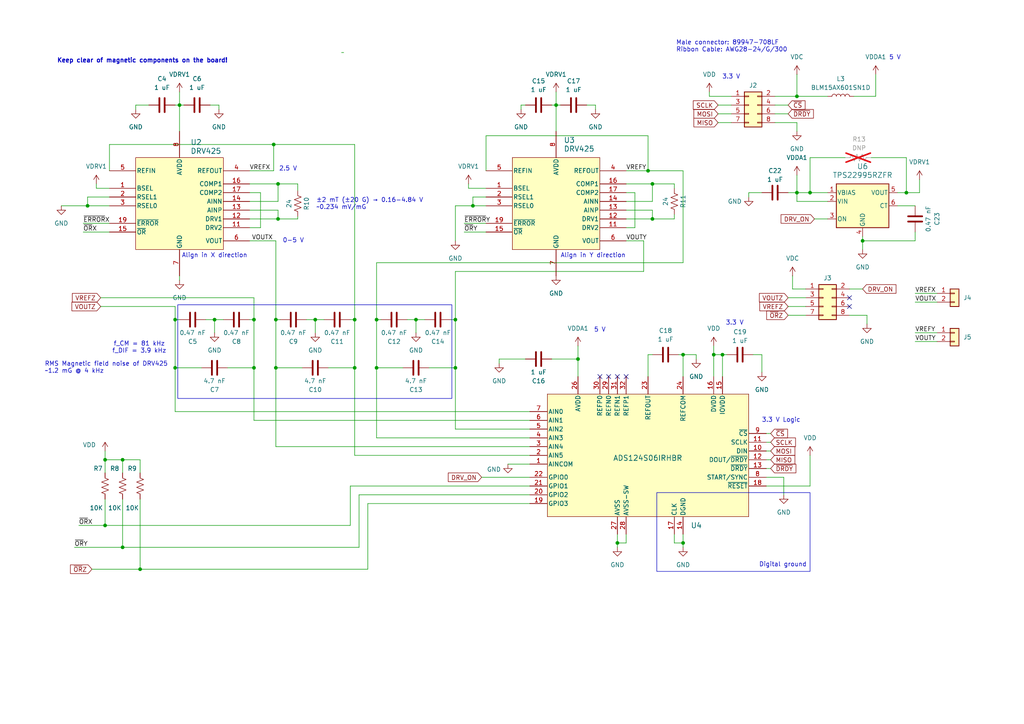
<source format=kicad_sch>
(kicad_sch (version 20231120) (generator "eeschema") (generator_version "8.0")
  (paper "A4")
  (lib_symbols
    (symbol "Connector_Generic:Conn_01x02" (pin_names (offset 1.016) hide)
      (property "Reference" "J" (at 0 2.54 0))
      (property "Value" "Conn_01x02" (at 0 -5.08 0))
      (symbol "Conn_01x02_1_1"
        (rectangle (start -1.27 -2.413) (end 0 -2.667) (stroke (width 0.1524)))
        (rectangle (start -1.27 0.127) (end 0 -0.127) (stroke (width 0.1524)))
        (rectangle (start -1.27 1.27) (end 1.27 -3.81) (stroke (width 0.254)) (fill (type background)))
        (pin passive line (at -5.08 0 0) (length 3.81) (name "Pin_1") (number "1"))
        (pin passive line (at -5.08 -2.54 0) (length 3.81) (name "Pin_2") (number "2"))
      )
    )
    (symbol "Connector_Generic:Conn_02x04_Odd_Even" (pin_names (offset 1.016) hide)
      (property "Reference" "J" (at 1.27 5.08 0))
      (property "Value" "Conn_02x04_Odd_Even" (at 1.27 -7.62 0))
      (symbol "Conn_02x04_Odd_Even_1_1"
        (rectangle (start -1.27 -4.953) (end 0 -5.207) (stroke (width 0.1524)))
        (rectangle (start -1.27 -2.413) (end 0 -2.667) (stroke (width 0.1524)))
        (rectangle (start -1.27 0.127) (end 0 -0.127) (stroke (width 0.1524)))
        (rectangle (start -1.27 2.667) (end 0 2.413) (stroke (width 0.1524)))
        (rectangle (start -1.27 3.81) (end 3.81 -6.35) (stroke (width 0.254)) (fill (type background)))
        (rectangle (start 3.81 -4.953) (end 2.54 -5.207) (stroke (width 0.1524)))
        (rectangle (start 3.81 -2.413) (end 2.54 -2.667) (stroke (width 0.1524)))
        (rectangle (start 3.81 0.127) (end 2.54 -0.127) (stroke (width 0.1524)))
        (rectangle (start 3.81 2.667) (end 2.54 2.413) (stroke (width 0.1524)))
        (pin passive line (at -5.08 2.54 0) (length 3.81) (name "Pin_1") (number "1"))
        (pin passive line (at 7.62 2.54 180) (length 3.81) (name "Pin_2") (number "2"))
        (pin passive line (at -5.08 0 0) (length 3.81) (name "Pin_3") (number "3"))
        (pin passive line (at 7.62 0 180) (length 3.81) (name "Pin_4") (number "4"))
        (pin passive line (at -5.08 -2.54 0) (length 3.81) (name "Pin_5") (number "5"))
        (pin passive line (at 7.62 -2.54 180) (length 3.81) (name "Pin_6") (number "6"))
        (pin passive line (at -5.08 -5.08 0) (length 3.81) (name "Pin_7") (number "7"))
        (pin passive line (at 7.62 -5.08 180) (length 3.81) (name "Pin_8") (number "8"))
      )
    )
    (symbol "Device:C" (pin_numbers hide) (pin_names (offset 0.254))
      (property "Reference" "C" (at 0.635 2.54 0))
      (property "Value" "C" (at 0.635 -2.54 0))
      (symbol "C_0_1"
        (polyline (pts (xy -2.032 -0.762) (xy 2.032 -0.762)) (stroke (width 0.508)))
        (polyline (pts (xy -2.032 0.762) (xy 2.032 0.762)) (stroke (width 0.508)))
      )
      (symbol "C_1_1"
        (pin passive line (at 0 3.81 270) (length 2.794) (name "~") (number "1"))
        (pin passive line (at 0 -3.81 90) (length 2.794) (name "~") (number "2"))
      )
    )
    (symbol "Device:L" (pin_numbers hide) (pin_names (offset 1.016) hide)
      (property "Reference" "L" (at -1.27 0 90))
      (property "Value" "L" (at 1.905 0 90))
      (symbol "L_0_1"
        (arc (start 0 -2.54) (mid 0.6323 -1.905) (end 0 -1.27))
        (arc (start 0 -1.27) (mid 0.6323 -0.635) (end 0 0))
        (arc (start 0 0) (mid 0.6323 0.635) (end 0 1.27))
        (arc (start 0 1.27) (mid 0.6323 1.905) (end 0 2.54))
      )
      (symbol "L_1_1"
        (pin passive line (at 0 3.81 270) (length 1.27) (name "1") (number "1"))
        (pin passive line (at 0 -3.81 90) (length 1.27) (name "2") (number "2"))
      )
    )
    (symbol "Device:R_US" (pin_numbers hide) (pin_names (offset 0))
      (property "Reference" "R" (at 2.54 0 90))
      (property "Value" "R_US" (at -2.54 0 90))
      (symbol "R_US_0_1"
        (polyline (pts (xy 0 -2.286) (xy 0 -2.54)))
        (polyline (pts (xy 0 2.286) (xy 0 2.54)))
        (polyline (pts (xy 0 -0.762) (xy 1.016 -1.143) (xy 0 -1.524) (xy -1.016 -1.905) (xy 0 -2.286)))
        (polyline (pts (xy 0 0.762) (xy 1.016 0.381) (xy 0 0) (xy -1.016 -0.381) (xy 0 -0.762)))
        (polyline (pts (xy 0 2.286) (xy 1.016 1.905) (xy 0 1.524) (xy -1.016 1.143) (xy 0 0.762)))
      )
      (symbol "R_US_1_1"
        (pin passive line (at 0 3.81 270) (length 1.27) (name "~") (number "1"))
        (pin passive line (at 0 -3.81 90) (length 1.27) (name "~") (number "2"))
      )
    )
    (symbol "flux_gate_symbols:ADS124S06IRHBR" (pin_names (offset 0.254))
      (property "Reference" "U" (at 9.906 19.304 0))
      (property "Value" "ADS124S06IRHBR" (at 9.906 16.764 0))
      (symbol "ADS124S06IRHBR_0_1"
        (pin input line (at -25.4 15.24 0) (length 5.08) (name "AINCOM") (number "1"))
        (pin input line (at 43.18 19.05 180) (length 5.08) (name "DIN") (number "10"))
        (pin input line (at 43.18 21.59 180) (length 5.08) (name "SCLK") (number "11"))
        (pin power_in line (at 19.05 -5.08 90) (length 5.08) (name "DGND") (number "14"))
        (pin power_in line (at 30.48 40.64 270) (length 5.08) (name "IOVDD") (number "15"))
        (pin power_in line (at 27.94 40.64 270) (length 5.08) (name "DVDD") (number "16"))
        (pin input line (at 16.51 -5.08 90) (length 5.08) (name "CLK") (number "17"))
        (pin bidirectional line (at -25.4 3.81 0) (length 5.08) (name "GPIO3") (number "19"))
        (pin input line (at -25.4 17.78 0) (length 5.08) (name "AIN5") (number "2"))
        (pin bidirectional line (at -25.4 6.35 0) (length 5.08) (name "GPIO2") (number "20"))
        (pin bidirectional line (at -25.4 8.89 0) (length 5.08) (name "GPIO1") (number "21"))
        (pin bidirectional line (at -25.4 11.43 0) (length 5.08) (name "GPIO0") (number "22"))
        (pin output line (at 8.89 40.64 270) (length 5.08) (name "REFOUT") (number "23"))
        (pin output line (at 19.05 40.64 270) (length 5.08) (name "REFCOM") (number "24"))
        (pin power_in line (at -11.43 40.64 270) (length 5.08) (name "AVDD") (number "26"))
        (pin power_in line (at 0 -5.08 90) (length 5.08) (name "AVSS") (number "27"))
        (pin power_in line (at 2.54 -5.08 90) (length 5.08) (name "AVSS-SW") (number "28"))
        (pin input line (at -2.54 40.64 270) (length 5.08) (name "REFN0") (number "29"))
        (pin input line (at -25.4 20.32 0) (length 5.08) (name "AIN4") (number "3"))
        (pin input line (at -5.08 40.64 270) (length 5.08) (name "REFP0") (number "30"))
        (pin input line (at 0 40.64 270) (length 5.08) (name "REFN1") (number "31"))
        (pin input line (at 2.54 40.64 270) (length 5.08) (name "REFP1") (number "32"))
        (pin input line (at -25.4 22.86 0) (length 5.08) (name "AIN3") (number "4"))
        (pin input line (at -25.4 25.4 0) (length 5.08) (name "AIN2") (number "5"))
        (pin input line (at -25.4 27.94 0) (length 5.08) (name "AIN1") (number "6"))
        (pin input line (at -25.4 30.48 0) (length 5.08) (name "AIN0") (number "7"))
      )
      (symbol "ADS124S06IRHBR_1_1"
        (rectangle (start -20.32 35.56) (end 38.1 0) (fill (type background)))
        (pin output line (at 43.18 16.51 180) (length 5.08) (name "DOUT/~{DRDY}") (number "12"))
        (pin output line (at 43.18 13.97 180) (length 5.08) (name "~{DRDY}") (number "13"))
        (pin input line (at 43.18 8.89 180) (length 5.08) (name "~{RESET}") (number "18"))
        (pin no_connect line (at 43.18 26.67 180) (length 5.08) hide (name "NC") (number "25"))
        (pin power_in line (at 0 -5.08 90) (length 5.08) hide (name "PAD") (number "33"))
        (pin input line (at 43.18 11.43 180) (length 5.08) (name "START/SYNC") (number "8"))
        (pin input line (at 43.18 24.13 180) (length 5.08) (name "~{CS}") (number "9"))
      )
    )
    (symbol "flux_gate_symbols:DRV425" (pin_names (offset 0.254))
      (property "Reference" "U" (at 7.62 6.35 0))
      (property "Value" "DRV425" (at 21.59 -10.16 0))
      (symbol "DRV425_0_1"
        (pin input line (at 1.27 -5.08 0) (length 7.62) (name "BSEL") (number "1"))
        (pin output line (at 41.91 -16.51 180) (length 7.62) (name "DRV2") (number "11"))
        (pin output line (at 41.91 -13.97 180) (length 7.62) (name "DRV1") (number "12"))
        (pin input line (at 41.91 -11.43 180) (length 7.62) (name "AINP") (number "13"))
        (pin input line (at 41.91 -8.89 180) (length 7.62) (name "AINN") (number "14"))
        (pin input line (at 41.91 -3.81 180) (length 7.62) (name "COMP1") (number "16"))
        (pin input line (at 41.91 -6.35 180) (length 7.62) (name "COMP2") (number "17"))
        (pin input line (at 1.27 -7.62 0) (length 7.62) (name "RSEL1") (number "2"))
        (pin input line (at 1.27 -10.16 0) (length 7.62) (name "RSEL0") (number "3"))
        (pin output line (at 41.91 0 180) (length 7.62) (name "REFOUT") (number "4"))
        (pin input line (at 1.27 0 0) (length 7.62) (name "REFIN") (number "5"))
        (pin output line (at 41.91 -20.32 180) (length 7.62) (name "VOUT") (number "6"))
        (pin power_out line (at 21.59 -30.48 90) (length 7.62) (name "GND") (number "7"))
      )
      (symbol "DRV425_1_1"
        (rectangle (start 8.89 3.81) (end 34.29 -22.86) (fill (type background)))
        (pin power_out line (at 21.59 -30.48 90) (length 7.62) hide (name "GND") (number "10"))
        (pin output line (at 1.27 -17.78 0) (length 7.62) (name "~{OR}") (number "15"))
        (pin power_out line (at 21.59 -30.48 90) (length 7.62) hide (name "GND") (number "18"))
        (pin output line (at 1.27 -15.24 0) (length 7.62) (name "~{ERROR}") (number "19"))
        (pin power_out line (at 21.59 -30.48 90) (length 7.62) hide (name "GND") (number "20"))
        (pin power_out line (at 21.59 -30.48 90) (length 7.62) hide (name "GND") (number "21"))
        (pin power_in line (at 21.59 11.43 270) (length 7.62) (name "AVDD") (number "8"))
        (pin power_in line (at 21.59 11.43 270) (length 7.62) hide (name "AVDD") (number "9"))
      )
    )
    (symbol "flux_gate_symbols:TPS22995RZFR" (pin_names (offset 0.254))
      (property "Reference" "U" (at 0 11.176 0))
      (property "Value" "TPS22995RZFR" (at 0 8.636 0))
      (symbol "TPS22995RZFR_0_1"
        (rectangle (start -7.62 6.35) (end 7.62 -6.35) (stroke (width 0.254)) (fill (type background)))
      )
      (symbol "TPS22995RZFR_1_1"
        (pin power_in line (at -10.16 3.81 0) (length 2.54) (name "VBIAS") (number "1"))
        (pin power_in line (at -10.16 1.27 0) (length 2.54) (name "VIN") (number "2"))
        (pin input line (at -10.16 -3.81 0) (length 2.54) (name "ON") (number "3"))
        (pin power_in line (at 0 -8.89 90) (length 2.54) (name "GND") (number "4"))
        (pin power_out line (at 10.16 3.81 180) (length 2.54) (name "VOUT") (number "5"))
        (pin input line (at 10.16 0 180) (length 2.54) (name "CT") (number "6"))
      )
    )
    (symbol "power:GND" (power) (pin_names (offset 0))
      (property "Value" "GND" (at 0 -3.81 0))
      (symbol "GND_0_1"
        (polyline (pts (xy 0 0) (xy 0 -1.27) (xy 1.27 -1.27) (xy 0 -2.54) (xy -1.27 -1.27) (xy 0 -1.27)))
      )
      (symbol "GND_1_1"
        (pin power_in line (at 0 0 270) (length 0) hide (name "GND") (number "1"))
      )
    )
    (symbol "power:VDC" (power) (pin_numbers hide) (pin_names (offset 0) hide)
      (property "Value" "VDC" (at 0 3.556 0))
      (symbol "VDC_0_1"
        (polyline (pts (xy -0.762 1.27) (xy 0 2.54)))
        (polyline (pts (xy 0 0) (xy 0 2.54)))
        (polyline (pts (xy 0 2.54) (xy 0.762 1.27)))
      )
      (symbol "VDC_1_1"
        (pin power_in line (at 0 0 90) (length 0) (name "~") (number "1"))
      )
    )
    (symbol "power:VDD" (power) (pin_names (offset 0))
      (property "Value" "VDD" (at 0 3.81 0))
      (symbol "VDD_0_1"
        (polyline (pts (xy -0.762 1.27) (xy 0 2.54)))
        (polyline (pts (xy 0 0) (xy 0 2.54)))
        (polyline (pts (xy 0 2.54) (xy 0.762 1.27)))
      )
      (symbol "VDD_1_1"
        (pin power_in line (at 0 0 90) (length 0) hide (name "VDD") (number "1"))
      )
    )
    (symbol "power:VDDA" (power) (pin_names (offset 0))
      (property "Value" "VDDA" (at 0 3.81 0))
      (symbol "VDDA_0_1"
        (polyline (pts (xy -0.762 1.27) (xy 0 2.54)))
        (polyline (pts (xy 0 0) (xy 0 2.54)))
        (polyline (pts (xy 0 2.54) (xy 0.762 1.27)))
      )
      (symbol "VDDA_1_1"
        (pin power_in line (at 0 0 90) (length 0) hide (name "VDDA") (number "1"))
      )
    )
  )
  (junction (at 91.44 92.71))
  (junction (at 198.12 102.87))
  (junction (at 50.8 106.68))
  (junction (at 132.08 92.71))
  (junction (at 231.14 55.88))
  (junction (at 102.87 92.71))
  (junction (at 102.87 106.68))
  (junction (at 187.96 49.53))
  (junction (at 207.01 102.87))
  (junction (at 30.48 152.4))
  (junction (at 167.64 104.14))
  (junction (at 35.56 158.75))
  (junction (at 73.66 92.71))
  (junction (at 62.23 92.71))
  (junction (at 198.12 157.48))
  (junction (at 52.07 30.48))
  (junction (at 132.08 106.68))
  (junction (at 161.29 30.48))
  (junction (at 109.22 92.71))
  (junction (at 137.16 59.69))
  (junction (at 262.89 55.88))
  (junction (at 73.66 106.68))
  (junction (at 80.645 63.5))
  (junction (at 234.95 55.88))
  (junction (at 35.56 133.35))
  (junction (at 231.14 27.94))
  (junction (at 50.8 92.71))
  (junction (at 30.48 133.35))
  (junction (at 80.01 92.71))
  (junction (at 250.19 69.85))
  (junction (at 40.64 165.1))
  (junction (at 25.4 59.69))
  (junction (at 80.645 53.34))
  (junction (at 109.22 106.68))
  (junction (at 189.23 53.34))
  (junction (at 189.23 63.5))
  (junction (at 120.65 92.71))
  (junction (at 79.375 41.91))
  (junction (at 209.55 102.87))
  (junction (at 179.07 157.48))
  (junction (at 80.01 106.68))
  (no_connect (at 176.53 109.22))
  (no_connect (at 246.38 86.36))
  (no_connect (at 246.38 88.9))
  (no_connect (at 181.61 109.22))
  (no_connect (at 173.99 109.22))
  (no_connect (at 179.07 109.22))
  (wire (pts (xy 72.39 53.34) (xy 80.645 53.34)))
  (wire (pts (xy 40.64 144.78) (xy 40.64 165.1)))
  (wire (pts (xy 106.68 146.05) (xy 153.67 146.05)))
  (wire (pts (xy 137.16 57.15) (xy 137.16 59.69)))
  (wire (pts (xy 79.375 41.91) (xy 79.375 49.53)))
  (wire (pts (xy 218.44 102.87) (xy 220.98 102.87)))
  (wire (pts (xy 35.56 133.35) (xy 35.56 137.16)))
  (wire (pts (xy 72.39 58.42) (xy 80.645 58.42)))
  (wire (pts (xy 172.72 30.48) (xy 172.72 31.75)))
  (wire (pts (xy 50.8 106.68) (xy 58.42 106.68)))
  (wire (pts (xy 260.35 55.88) (xy 262.89 55.88)))
  (wire (pts (xy 245.11 45.72) (xy 234.95 45.72)))
  (wire (pts (xy 195.58 154.94) (xy 195.58 157.48)))
  (wire (pts (xy 66.04 106.68) (xy 73.66 106.68)))
  (wire (pts (xy 231.14 38.1) (xy 231.14 35.56)))
  (wire (pts (xy 59.69 92.71) (xy 62.23 92.71)))
  (wire (pts (xy 135.89 54.61) (xy 135.89 53.34)))
  (wire (pts (xy 208.28 30.48) (xy 212.09 30.48)))
  (wire (pts (xy 224.79 35.56) (xy 231.14 35.56)))
  (wire (pts (xy 29.21 88.9) (xy 50.8 88.9)))
  (wire (pts (xy 201.93 102.87) (xy 198.12 102.87)))
  (wire (pts (xy 207.01 102.87) (xy 209.55 102.87)))
  (wire (pts (xy 236.22 63.5) (xy 240.03 63.5)))
  (wire (pts (xy 250.19 72.39) (xy 250.19 69.85)))
  (wire (pts (xy 222.25 128.27) (xy 223.52 128.27)))
  (wire (pts (xy 31.75 57.15) (xy 25.4 57.15)))
  (wire (pts (xy 186.69 69.85) (xy 186.69 78.74)))
  (wire (pts (xy 198.12 102.87) (xy 198.12 109.22)))
  (wire (pts (xy 266.7 52.07) (xy 266.7 55.88)))
  (wire (pts (xy 72.39 63.5) (xy 80.645 63.5)))
  (wire (pts (xy 75.565 55.88) (xy 72.39 55.88)))
  (wire (pts (xy 162.56 30.48) (xy 161.29 30.48)))
  (wire (pts (xy 170.18 30.48) (xy 172.72 30.48)))
  (wire (pts (xy 160.02 104.14) (xy 167.64 104.14)))
  (wire (pts (xy 80.645 60.96) (xy 80.645 63.5)))
  (wire (pts (xy 187.96 102.87) (xy 187.96 109.22)))
  (wire (pts (xy 80.01 92.71) (xy 80.01 106.68)))
  (wire (pts (xy 246.38 91.44) (xy 251.46 91.44)))
  (wire (pts (xy 80.645 53.34) (xy 86.36 53.34)))
  (wire (pts (xy 80.01 106.68) (xy 80.01 129.54)))
  (wire (pts (xy 222.25 133.35) (xy 223.52 133.35)))
  (wire (pts (xy 147.32 134.62) (xy 153.67 134.62)))
  (wire (pts (xy 72.39 60.96) (xy 80.645 60.96)))
  (wire (pts (xy 39.37 30.48) (xy 39.37 31.75)))
  (wire (pts (xy 62.23 92.71) (xy 64.77 92.71)))
  (wire (pts (xy 151.13 30.48) (xy 151.13 31.75)))
  (wire (pts (xy 228.6 91.44) (xy 233.68 91.44)))
  (wire (pts (xy 91.44 92.71) (xy 93.98 92.71)))
  (wire (pts (xy 132.08 69.85) (xy 132.08 59.69)))
  (wire (pts (xy 132.08 78.74) (xy 132.08 92.71)))
  (wire (pts (xy 201.93 104.14) (xy 201.93 102.87)))
  (wire (pts (xy 208.28 35.56) (xy 212.09 35.56)))
  (wire (pts (xy 137.16 59.69) (xy 140.97 59.69)))
  (wire (pts (xy 52.07 30.48) (xy 52.07 38.1)))
  (wire (pts (xy 262.89 45.72) (xy 262.89 55.88)))
  (wire (pts (xy 73.66 86.36) (xy 73.66 92.71)))
  (wire (pts (xy 229.87 83.82) (xy 229.87 80.01)))
  (wire (pts (xy 187.96 39.37) (xy 187.96 49.53)))
  (wire (pts (xy 240.03 55.88) (xy 234.95 55.88)))
  (wire (pts (xy 198.12 157.48) (xy 198.12 158.75)))
  (wire (pts (xy 161.29 30.48) (xy 161.29 38.1)))
  (wire (pts (xy 101.6 92.71) (xy 102.87 92.71)))
  (wire (pts (xy 179.07 157.48) (xy 179.07 158.75)))
  (wire (pts (xy 50.8 119.38) (xy 153.67 119.38)))
  (wire (pts (xy 187.96 49.53) (xy 198.12 49.53)))
  (wire (pts (xy 139.7 138.43) (xy 153.67 138.43)))
  (wire (pts (xy 35.56 133.35) (xy 40.64 133.35)))
  (wire (pts (xy 231.14 50.8) (xy 231.14 55.88)))
  (wire (pts (xy 73.66 106.68) (xy 73.66 121.92)))
  (wire (pts (xy 132.08 92.71) (xy 130.81 92.71)))
  (wire (pts (xy 80.645 63.5) (xy 86.36 63.5)))
  (wire (pts (xy 109.22 127) (xy 153.67 127)))
  (wire (pts (xy 189.23 60.96) (xy 189.23 63.5)))
  (wire (pts (xy 63.5 30.48) (xy 63.5 31.75)))
  (wire (pts (xy 181.61 157.48) (xy 179.07 157.48)))
  (wire (pts (xy 132.08 59.69) (xy 137.16 59.69)))
  (wire (pts (xy 181.61 58.42) (xy 189.23 58.42)))
  (wire (pts (xy 250.19 83.82) (xy 246.38 83.82)))
  (wire (pts (xy 140.97 39.37) (xy 187.96 39.37)))
  (wire (pts (xy 189.23 53.34) (xy 195.58 53.34)))
  (wire (pts (xy 187.96 49.53) (xy 181.61 49.53)))
  (wire (pts (xy 205.74 27.94) (xy 205.74 26.67)))
  (wire (pts (xy 102.87 106.68) (xy 102.87 132.08)))
  (wire (pts (xy 234.95 55.88) (xy 231.14 55.88)))
  (wire (pts (xy 25.4 57.15) (xy 25.4 59.69)))
  (wire (pts (xy 120.65 92.71) (xy 120.65 96.52)))
  (wire (pts (xy 24.13 67.31) (xy 31.75 67.31)))
  (wire (pts (xy 35.56 158.75) (xy 104.14 158.75)))
  (wire (pts (xy 31.75 41.91) (xy 79.375 41.91)))
  (wire (pts (xy 102.87 92.71) (xy 102.87 106.68)))
  (wire (pts (xy 60.96 30.48) (xy 63.5 30.48)))
  (wire (pts (xy 52.07 30.48) (xy 53.34 30.48)))
  (wire (pts (xy 88.9 92.71) (xy 91.44 92.71)))
  (wire (pts (xy 266.7 55.88) (xy 262.89 55.88)))
  (wire (pts (xy 102.87 132.08) (xy 153.67 132.08)))
  (wire (pts (xy 210.82 102.87) (xy 209.55 102.87)))
  (wire (pts (xy 220.98 102.87) (xy 220.98 107.95)))
  (wire (pts (xy 186.69 78.74) (xy 132.08 78.74)))
  (wire (pts (xy 72.39 66.04) (xy 75.565 66.04)))
  (wire (pts (xy 80.01 92.71) (xy 81.28 92.71)))
  (wire (pts (xy 189.23 63.5) (xy 195.58 63.5)))
  (wire (pts (xy 140.97 54.61) (xy 135.89 54.61)))
  (wire (pts (xy 209.55 102.87) (xy 209.55 109.22)))
  (wire (pts (xy 181.61 60.96) (xy 189.23 60.96)))
  (wire (pts (xy 198.12 154.94) (xy 198.12 157.48)))
  (wire (pts (xy 73.66 121.92) (xy 153.67 121.92)))
  (wire (pts (xy 189.23 58.42) (xy 189.23 53.34)))
  (wire (pts (xy 184.15 55.88) (xy 181.61 55.88)))
  (wire (pts (xy 228.6 30.48) (xy 224.79 30.48)))
  (wire (pts (xy 231.14 21.59) (xy 231.14 27.94)))
  (wire (pts (xy 205.74 27.94) (xy 212.09 27.94)))
  (wire (pts (xy 62.23 92.71) (xy 62.23 96.52)))
  (wire (pts (xy 72.39 92.71) (xy 73.66 92.71)))
  (wire (pts (xy 24.13 64.77) (xy 31.75 64.77)))
  (wire (pts (xy 234.95 132.08) (xy 234.95 140.97)))
  (wire (pts (xy 31.75 54.61) (xy 27.94 54.61)))
  (wire (pts (xy 132.08 124.46) (xy 153.67 124.46)))
  (wire (pts (xy 120.65 92.71) (xy 123.19 92.71)))
  (wire (pts (xy 152.4 30.48) (xy 151.13 30.48)))
  (wire (pts (xy 265.43 85.09) (xy 271.78 85.09)))
  (wire (pts (xy 109.22 92.71) (xy 110.49 92.71)))
  (wire (pts (xy 251.46 91.44) (xy 251.46 93.98)))
  (wire (pts (xy 80.01 69.85) (xy 80.01 92.71)))
  (wire (pts (xy 160.02 30.48) (xy 161.29 30.48)))
  (wire (pts (xy 265.43 69.85) (xy 250.19 69.85)))
  (wire (pts (xy 50.8 88.9) (xy 50.8 92.71)))
  (wire (pts (xy 91.44 92.71) (xy 91.44 96.52)))
  (wire (pts (xy 228.6 55.88) (xy 231.14 55.88)))
  (wire (pts (xy 104.14 143.51) (xy 153.67 143.51)))
  (wire (pts (xy 179.07 157.48) (xy 179.07 154.94)))
  (wire (pts (xy 222.25 138.43) (xy 227.33 138.43)))
  (wire (pts (xy 101.6 140.97) (xy 153.67 140.97)))
  (wire (pts (xy 109.22 106.68) (xy 109.22 127)))
  (wire (pts (xy 52.07 80.01) (xy 52.07 81.28)))
  (wire (pts (xy 40.64 133.35) (xy 40.64 137.16)))
  (wire (pts (xy 50.8 92.71) (xy 50.8 106.68)))
  (wire (pts (xy 80.01 106.68) (xy 87.63 106.68)))
  (wire (pts (xy 35.56 144.78) (xy 35.56 158.75)))
  (wire (pts (xy 104.14 158.75) (xy 104.14 143.51)))
  (wire (pts (xy 124.46 106.68) (xy 132.08 106.68)))
  (wire (pts (xy 132.08 92.71) (xy 132.08 106.68)))
  (wire (pts (xy 224.79 33.02) (xy 228.6 33.02)))
  (wire (pts (xy 231.14 27.94) (xy 240.03 27.94)))
  (wire (pts (xy 217.17 55.88) (xy 217.17 57.15)))
  (wire (pts (xy 233.68 83.82) (xy 229.87 83.82)))
  (wire (pts (xy 52.07 26.67) (xy 52.07 30.48)))
  (wire (pts (xy 109.22 76.2) (xy 109.22 92.71)))
  (wire (pts (xy 198.12 49.53) (xy 198.12 76.2)))
  (wire (pts (xy 181.61 63.5) (xy 189.23 63.5)))
  (wire (pts (xy 50.8 106.68) (xy 50.8 119.38)))
  (wire (pts (xy 17.78 59.69) (xy 25.4 59.69)))
  (wire (pts (xy 95.25 106.68) (xy 102.87 106.68)))
  (wire (pts (xy 265.43 96.52) (xy 271.78 96.52)))
  (wire (pts (xy 72.39 69.85) (xy 80.01 69.85)))
  (wire (pts (xy 26.67 165.1) (xy 40.64 165.1)))
  (wire (pts (xy 265.43 99.06) (xy 271.78 99.06)))
  (wire (pts (xy 227.33 138.43) (xy 227.33 143.51)))
  (wire (pts (xy 144.78 104.14) (xy 144.78 105.41)))
  (wire (pts (xy 252.73 45.72) (xy 262.89 45.72)))
  (wire (pts (xy 25.4 59.69) (xy 31.75 59.69)))
  (wire (pts (xy 167.64 104.14) (xy 167.64 109.22)))
  (wire (pts (xy 250.19 69.85) (xy 250.19 68.58)))
  (wire (pts (xy 75.565 66.04) (xy 75.565 55.88)))
  (wire (pts (xy 30.48 144.78) (xy 30.48 152.4)))
  (wire (pts (xy 198.12 76.2) (xy 109.22 76.2)))
  (wire (pts (xy 132.08 106.68) (xy 132.08 124.46)))
  (wire (pts (xy 222.25 135.89) (xy 223.52 135.89)))
  (wire (pts (xy 27.94 53.34) (xy 27.94 54.61)))
  (wire (pts (xy 99.695 15.24) (xy 99.06 15.24)))
  (wire (pts (xy 228.6 88.9) (xy 233.68 88.9)))
  (wire (pts (xy 79.375 41.91) (xy 102.87 41.91)))
  (wire (pts (xy 265.43 67.31) (xy 265.43 69.85)))
  (wire (pts (xy 195.58 53.34) (xy 195.58 54.61)))
  (wire (pts (xy 40.64 165.1) (xy 106.68 165.1)))
  (wire (pts (xy 207.01 100.33) (xy 207.01 102.87)))
  (wire (pts (xy 29.21 86.36) (xy 73.66 86.36)))
  (wire (pts (xy 181.61 157.48) (xy 181.61 154.94)))
  (wire (pts (xy 186.69 69.85) (xy 181.61 69.85)))
  (wire (pts (xy 50.8 92.71) (xy 52.07 92.71)))
  (wire (pts (xy 181.61 53.34) (xy 189.23 53.34)))
  (wire (pts (xy 228.6 86.36) (xy 233.68 86.36)))
  (wire (pts (xy 144.78 104.14) (xy 152.4 104.14)))
  (wire (pts (xy 231.14 55.88) (xy 231.14 58.42)))
  (wire (pts (xy 50.8 30.48) (xy 52.07 30.48)))
  (wire (pts (xy 106.68 165.1) (xy 106.68 146.05)))
  (wire (pts (xy 208.28 33.02) (xy 212.09 33.02)))
  (wire (pts (xy 80.01 129.54) (xy 153.67 129.54)))
  (wire (pts (xy 140.97 57.15) (xy 137.16 57.15)))
  (wire (pts (xy 181.61 66.04) (xy 184.15 66.04)))
  (wire (pts (xy 80.645 58.42) (xy 80.645 53.34)))
  (wire (pts (xy 260.35 59.69) (xy 265.43 59.69)))
  (wire (pts (xy 30.48 133.35) (xy 30.48 137.16)))
  (wire (pts (xy 31.75 41.91) (xy 31.75 49.53)))
  (wire (pts (xy 118.11 92.71) (xy 120.65 92.71)))
  (wire (pts (xy 240.03 58.42) (xy 231.14 58.42)))
  (wire (pts (xy 86.36 53.34) (xy 86.36 55.245)))
  (wire (pts (xy 140.97 49.53) (xy 140.97 39.37)))
  (wire (pts (xy 265.43 87.63) (xy 271.78 87.63)))
  (wire (pts (xy 161.29 26.67) (xy 161.29 30.48)))
  (wire (pts (xy 234.95 45.72) (xy 234.95 55.88)))
  (wire (pts (xy 222.25 140.97) (xy 234.95 140.97)))
  (wire (pts (xy 223.52 125.73) (xy 222.25 125.73)))
  (wire (pts (xy 224.79 27.94) (xy 231.14 27.94)))
  (wire (pts (xy 101.6 152.4) (xy 101.6 140.97)))
  (wire (pts (xy 167.64 100.33) (xy 167.64 104.14)))
  (wire (pts (xy 30.48 133.35) (xy 35.56 133.35)))
  (wire (pts (xy 73.66 92.71) (xy 73.66 106.68)))
  (wire (pts (xy 184.15 66.04) (xy 184.15 55.88)))
  (wire (pts (xy 86.36 62.865) (xy 86.36 63.5)))
  (wire (pts (xy 30.48 152.4) (xy 101.6 152.4)))
  (wire (pts (xy 134.62 67.31) (xy 140.97 67.31)))
  (wire (pts (xy 247.65 27.94) (xy 254 27.94)))
  (wire (pts (xy 30.48 130.81) (xy 30.48 133.35)))
  (wire (pts (xy 102.87 41.91) (xy 102.87 92.71)))
  (wire (pts (xy 222.25 130.81) (xy 223.52 130.81)))
  (wire (pts (xy 195.58 62.23) (xy 195.58 63.5)))
  (wire (pts (xy 195.58 157.48) (xy 198.12 157.48)))
  (wire (pts (xy 109.22 106.68) (xy 116.84 106.68)))
  (wire (pts (xy 198.12 102.87) (xy 196.85 102.87)))
  (wire (pts (xy 72.39 49.53) (xy 79.375 49.53)))
  (wire (pts (xy 21.59 158.75) (xy 35.56 158.75)))
  (wire (pts (xy 39.37 30.48) (xy 43.18 30.48)))
  (wire (pts (xy 134.62 64.77) (xy 140.97 64.77)))
  (wire (pts (xy 220.98 55.88) (xy 217.17 55.88)))
  (wire (pts (xy 109.22 92.71) (xy 109.22 106.68)))
  (wire (pts (xy 22.86 152.4) (xy 30.48 152.4)))
  (wire (pts (xy 187.96 102.87) (xy 189.23 102.87)))
  (wire (pts (xy 207.01 102.87) (xy 207.01 109.22)))
  (wire (pts (xy 254 27.94) (xy 254 21.59)))
  (rectangle (start 51.562 88.392) (end 131.064 115.57))
  (rectangle (start 190.5 142.875) (end 234.95 165.735))
  (text "0-5 V" (at 85.09 69.85 0) (effects (font (size 1.27 1.27))))
  (text "Align in X direction" (at 52.705 74.93 0) (effects (font (size 1.27 1.27)) (justify left bottom)))
  (text "Align in Y direction" (at 162.56 74.93 0) (effects (font (size 1.27 1.27)) (justify left bottom)))
  (text "RMS Magnetic field noise of DRV425\n~1.2 mG @ 4 kHz" (at 12.954 106.68 0) (effects (font (size 1.27 1.27)) (justify left)))
  (text "5 V" (at 259.588 16.764 0) (effects (font (size 1.27 1.27))))
  (text "3.3 V" (at 213.106 93.726 0) (effects (font (size 1.27 1.27))))
  (text "Keep clear of magnetic components on the board!" (at 16.51 18.415 0) (effects (font (size 1.27 1.27) (thickness 0.254) (bold yes)) (justify left bottom)))
  (text "Digital ground" (at 227.076 163.83 0) (effects (font (size 1.27 1.27))))
  (text "2.5 V" (at 83.566 49.022 0) (effects (font (size 1.27 1.27))))
  (text "3.3 V Logic" (at 226.568 121.92 0) (effects (font (size 1.27 1.27))))
  (text "Male connector: 89947-708LF\nRibbon Cable: AWG28-24/G/300" (at 196.088 15.24 0) (effects (font (size 1.27 1.27)) (justify left bottom)))
  (text "5 V" (at 173.99 95.758 0) (effects (font (size 1.27 1.27))))
  (text "f_CM = 81 kHz\nf_DIF = 3.9 kHz" (at 40.386 100.838 0) (effects (font (size 1.27 1.27))))
  (text "3.3 V" (at 212.09 22.352 0) (effects (font (size 1.27 1.27))))
  (text "±2 mT (±20 G) → 0.16-4.84 V\n~0.234 mV/mG" (at 91.694 59.182 0) (effects (font (size 1.27 1.27)) (justify left)))
  (label "VOUTY" (at 181.61 69.85 0))
  (label "VREFY" (at 181.61 49.53 0))
  (label "~{OR}Y" (at 21.59 158.75 0))
  (label "~{ERROR}X" (at 24.13 64.77 0))
  (label "VREFX" (at 265.43 85.09 0))
  (label "VREFY" (at 265.43 96.52 0))
  (label "~{OR}Y" (at 134.62 67.31 0))
  (label "~{OR}X" (at 22.86 152.4 0))
  (label "~{ERROR}Y" (at 134.62 64.77 0))
  (label "~{OR}X" (at 24.13 67.31 0))
  (label "VOUTX" (at 73.025 69.85 0))
  (label "VOUTY" (at 265.43 99.06 0))
  (label "VREFX" (at 72.39 49.53 0))
  (label "VOUTX" (at 265.43 87.63 0))
  (global_label "~{CS}" (shape input) (at 228.6 30.48 0) (property "Intersheetrefs" "${INTERSHEET_REFS}" (effects (hide yes))))
  (global_label "MISO" (shape input) (at 223.52 133.35 0) (property "Intersheetrefs" "${INTERSHEET_REFS}" (effects (hide yes))))
  (global_label "MOSI" (shape input) (at 223.52 130.81 0) (property "Intersheetrefs" "${INTERSHEET_REFS}" (effects (hide yes))))
  (global_label "SCLK" (shape input) (at 208.28 30.48 180) (property "Intersheetrefs" "${INTERSHEET_REFS}" (effects (hide yes))))
  (global_label "DRV_ON" (shape input) (at 250.19 83.82 0) (property "Intersheetrefs" "${INTERSHEET_REFS}" (effects (hide yes))))
  (global_label "MISO" (shape input) (at 208.28 35.56 180) (property "Intersheetrefs" "${INTERSHEET_REFS}" (effects (hide yes))))
  (global_label "MOSI" (shape input) (at 208.28 33.02 180) (property "Intersheetrefs" "${INTERSHEET_REFS}" (effects (hide yes))))
  (global_label "VOUTZ" (shape input) (at 29.21 88.9 180) (property "Intersheetrefs" "${INTERSHEET_REFS}" (effects (hide yes))))
  (global_label "~{CS}" (shape input) (at 223.52 125.73 0) (property "Intersheetrefs" "${INTERSHEET_REFS}" (effects (hide yes))))
  (global_label "DRV_ON" (shape input) (at 139.7 138.43 180) (property "Intersheetrefs" "${INTERSHEET_REFS}" (effects (hide yes))))
  (global_label "DRV_ON" (shape input) (at 236.22 63.5 180) (property "Intersheetrefs" "${INTERSHEET_REFS}" (effects (hide yes))))
  (global_label "~{OR}Z" (shape input) (at 228.6 91.44 180) (property "Intersheetrefs" "${INTERSHEET_REFS}" (effects (hide yes))))
  (global_label "VREFZ" (shape input) (at 29.21 86.36 180) (property "Intersheetrefs" "${INTERSHEET_REFS}" (effects (hide yes))))
  (global_label "~{DRDY}" (shape input) (at 223.52 135.89 0) (property "Intersheetrefs" "${INTERSHEET_REFS}" (effects (hide yes))))
  (global_label "~{DRDY}" (shape input) (at 228.6 33.02 0) (property "Intersheetrefs" "${INTERSHEET_REFS}" (effects (hide yes))))
  (global_label "VOUTZ" (shape input) (at 228.6 86.36 180) (property "Intersheetrefs" "${INTERSHEET_REFS}" (effects (hide yes))))
  (global_label "~{OR}Z" (shape input) (at 26.67 165.1 180) (property "Intersheetrefs" "${INTERSHEET_REFS}" (effects (hide yes))))
  (global_label "SCLK" (shape input) (at 223.52 128.27 0) (property "Intersheetrefs" "${INTERSHEET_REFS}" (effects (hide yes))))
  (global_label "VREFZ" (shape input) (at 228.6 88.9 180) (property "Intersheetrefs" "${INTERSHEET_REFS}" (effects (hide yes))))
  (symbol (lib_id "power:GND") (at 161.29 80.01 0) (unit 1)
    (property "Reference" "#PWR025" (effects (hide yes)))
    (property "Value" "GND" (at 161.29 85.09 0))
  )
  (symbol (lib_id "power:GND") (at 198.12 158.75 0) (unit 1)
    (property "Reference" "#PWR029" (effects (hide yes)))
    (property "Value" "GND" (at 198.12 163.83 0))
  )
  (symbol (lib_id "power:GND") (at 172.72 31.75 0) (mirror y) (unit 1)
    (property "Reference" "#PWR027" (effects (hide yes)))
    (property "Value" "GND" (at 172.72 36.83 0))
  )
  (symbol (lib_id "power:VDDA") (at 27.94 53.34 0) (mirror y) (unit 1)
    (property "Reference" "#PWR010" (effects (hide yes)))
    (property "Value" "VDRV1" (at 27.94 48.26 0))
  )
  (symbol (lib_id "Device:C") (at 120.65 106.68 90) (unit 1)
    (property "Reference" "C13" (at 120.65 113.03 90))
    (property "Value" "4.7 nF" (at 120.65 110.49 90))
    (property "Footprint" "Capacitor_SMD:C_0402_1005Metric" (effects (hide yes)))
    (property "DigikeyLink" "https://www.digikey.com/en/products/detail/murata-electronics/GRT188R61E106ME13D/5416745" (effects (hide yes)))
    (property "Digikey" "490-GRM1555C1H472GE01DCT-ND" (effects (hide yes)))
  )
  (symbol (lib_id "power:VDD") (at 207.01 100.33 0) (unit 1)
    (property "Reference" "#PWR031" (effects (hide yes)))
    (property "Value" "VDD" (at 207.01 95.25 0))
  )
  (symbol (lib_id "power:VDC") (at 231.14 21.59 0) (mirror y) (unit 1)
    (property "Reference" "#PWR035" (effects (hide yes)))
    (property "Value" "VDC" (at 231.14 16.51 0))
    (property "Description" "Power symbol creates a global label with name \"VDC\"" (effects (hide yes)))
  )
  (symbol (lib_id "Device:C") (at 57.15 30.48 270) (mirror x) (unit 1)
    (property "Reference" "C6" (at 57.15 22.86 90))
    (property "Value" "1 uF" (at 57.15 25.4 90))
    (property "Footprint" "Capacitor_SMD:C_0402_1005Metric" (effects (hide yes)))
    (property "DigikeyLink" "https://www.digikey.com/en/products/detail/murata-electronics/GRT188R61E106ME13D/5416745" (effects (hide yes)))
    (property "Digikey" "490-10018-1-ND" (effects (hide yes)))
  )
  (symbol (lib_id "Device:R_US") (at 35.56 140.97 180) (unit 1)
    (property "Reference" "R8" (at 33.274 135.89 0))
    (property "Value" "10K" (at 33.274 147.32 0))
    (property "Footprint" "Resistor_SMD:R_0402_1005Metric" (effects (hide yes)))
    (property "Description" "Resistor, US symbol" (effects (hide yes)))
    (property "Digikey" "311-10KJRCT-ND" (effects (hide yes)))
  )
  (symbol (lib_id "power:GND") (at 120.65 96.52 0) (unit 1)
    (property "Reference" "#PWR018" (effects (hide yes)))
    (property "Value" "GND" (at 120.65 101.6 0))
  )
  (symbol (lib_id "Device:C") (at 265.43 63.5 180) (unit 1)
    (property "Reference" "C23" (at 271.78 63.5 90))
    (property "Value" "0.47 nF" (at 269.24 63.5 90))
    (property "Footprint" "Capacitor_SMD:C_0402_1005Metric" (effects (hide yes)))
    (property "DigikeyLink" "https://www.digikey.com/en/products/detail/murata-electronics/GRT188R61E106ME13D/5416745" (effects (hide yes)))
    (property "Digikey" "490-1297-1-ND" (effects (hide yes)))
  )
  (symbol (lib_id "power:VDC") (at 229.87 80.01 0) (mirror y) (unit 1)
    (property "Reference" "#PWR053" (effects (hide yes)))
    (property "Value" "VDC" (at 229.87 74.93 0))
    (property "Description" "Power symbol creates a global label with name \"VDC\"" (effects (hide yes)))
  )
  (symbol (lib_id "Device:C") (at 55.88 92.71 90) (unit 1)
    (property "Reference" "C5" (at 55.88 99.06 90))
    (property "Value" "0.47 nF" (at 55.88 96.52 90))
    (property "Footprint" "Capacitor_SMD:C_0402_1005Metric" (effects (hide yes)))
    (property "DigikeyLink" "https://www.digikey.com/en/products/detail/murata-electronics/GRT188R61E106ME13D/5416745" (effects (hide yes)))
    (property "Digikey" "490-1297-1-ND" (effects (hide yes)))
  )
  (symbol (lib_id "power:GND") (at 231.14 38.1 0) (unit 1)
    (property "Reference" "#PWR040" (effects (hide yes)))
    (property "Value" "GND" (at 231.14 43.18 0))
  )
  (symbol (lib_id "Device:R_US") (at 30.48 140.97 180) (unit 1)
    (property "Reference" "R7" (at 28.448 135.89 0))
    (property "Value" "10K" (at 27.94 147.32 0))
    (property "Footprint" "Resistor_SMD:R_0402_1005Metric" (effects (hide yes)))
    (property "Description" "Resistor, US symbol" (effects (hide yes)))
    (property "Digikey" "311-10KJRCT-ND" (effects (hide yes)))
  )
  (symbol (lib_id "power:GND") (at 144.78 105.41 0) (unit 1)
    (property "Reference" "#PWR021" (effects (hide yes)))
    (property "Value" "GND" (at 144.78 110.49 0))
  )
  (symbol (lib_id "power:GND") (at 151.13 31.75 0) (unit 1)
    (property "Reference" "#PWR023" (effects (hide yes)))
    (property "Value" "GND" (at 151.13 36.83 0))
  )
  (symbol (lib_id "power:VDDA") (at 135.89 53.34 0) (mirror y) (unit 1)
    (property "Reference" "#PWR020" (effects (hide yes)))
    (property "Value" "VDRV1" (at 135.89 48.26 0))
  )
  (symbol (lib_id "Device:C") (at 91.44 106.68 90) (unit 1)
    (property "Reference" "C10" (at 91.44 113.03 90))
    (property "Value" "4.7 nF" (at 91.44 110.49 90))
    (property "Footprint" "Capacitor_SMD:C_0402_1005Metric" (effects (hide yes)))
    (property "DigikeyLink" "https://www.digikey.com/en/products/detail/murata-electronics/GRT188R61E106ME13D/5416745" (effects (hide yes)))
    (property "Digikey" "490-GRM1555C1H472GE01DCT-ND" (effects (hide yes)))
  )
  (symbol (lib_id "flux_gate_symbols:ADS124S06IRHBR") (at 179.07 149.86 0) (unit 1)
    (property "Reference" "U4" (at 200.3141 152.4 0) (effects (font (size 1.524 1.524)) (justify left)))
    (property "Value" "ADS124S06IRHBR" (at 177.8 132.842 0) (effects (font (size 1.524 1.524)) (justify left)))
    (property "Footprint" "Package_DFN_QFN:VQFN-32-1EP_5x5mm_P0.5mm_EP3.1x3.1mm" (effects (hide yes)))
    (property "Datasheet" "ADS124S06IRHBR" (effects (hide yes)))
    (property "Digikey" "296-ADS124S06IRHBRCT-ND" (effects (hide yes)))
  )
  (symbol (lib_id "Device:C") (at 156.21 30.48 90) (unit 1)
    (property "Reference" "C15" (at 156.21 23.495 90))
    (property "Value" "1 uF" (at 156.21 26.035 90))
    (property "Footprint" "Capacitor_SMD:C_0402_1005Metric" (effects (hide yes)))
    (property "DigikeyLink" "https://www.digikey.com/en/products/detail/murata-electronics/GRT188R61E106ME13D/5416745" (effects (hide yes)))
    (property "Digikey" "490-10018-1-ND" (effects (hide yes)))
  )
  (symbol (lib_id "power:GND") (at 132.08 69.85 0) (unit 1)
    (property "Reference" "#PWR019" (effects (hide yes)))
    (property "Value" "GND" (at 132.08 74.93 0))
  )
  (symbol (lib_id "Connector_Generic:Conn_01x02") (at 276.86 96.52 0) (unit 1)
    (property "Reference" "J5" (at 279.4 97.79 0) (effects (justify left)))
    (property "Value" "Conn_01x02" (effects (hide yes)))
    (property "Footprint" "TestPoint:TestPoint_2Pads_Pitch2.54mm_Drill0.8mm" (effects (hide yes)))
  )
  (symbol (lib_id "power:GND") (at 220.98 107.95 0) (unit 1)
    (property "Reference" "#PWR033" (effects (hide yes)))
    (property "Value" "GND" (at 220.98 113.03 0))
  )
  (symbol (lib_id "flux_gate_symbols:TPS22995RZFR") (at 250.19 59.69 0) (unit 1)
    (property "Reference" "U6" (at 250.19 48.26 0) (effects (font (size 1.524 1.524))))
    (property "Value" "TPS22995RZFR" (at 250.19 50.8 0) (effects (font (size 1.524 1.524))))
    (property "Footprint" "flux_gate_footprints:WQFN6_RZF_TEX" (effects (hide yes)))
  )
  (symbol (lib_id "power:VDDA") (at 52.07 26.67 0) (mirror y) (unit 1)
    (property "Reference" "#PWR014" (effects (hide yes)))
    (property "Value" "VDRV1" (at 52.07 21.59 0))
  )
  (symbol (lib_id "Device:C") (at 62.23 106.68 90) (unit 1)
    (property "Reference" "C7" (at 62.23 113.03 90))
    (property "Value" "4.7 nF" (at 62.23 110.49 90))
    (property "Footprint" "Capacitor_SMD:C_0402_1005Metric" (effects (hide yes)))
    (property "DigikeyLink" "https://www.digikey.com/en/products/detail/murata-electronics/GRT188R61E106ME13D/5416745" (effects (hide yes)))
    (property "Digikey" "490-GRM1555C1H472GE01DCT-ND" (effects (hide yes)))
  )
  (symbol (lib_id "Device:R_US") (at 86.36 59.055 180) (unit 1)
    (property "Reference" "R10" (at 88.9 59.055 90))
    (property "Value" "24" (at 83.82 59.055 90))
    (property "Footprint" "Resistor_SMD:R_0805_2012Metric" (effects (hide yes)))
    (property "Digikey" "13-RT0805BRD0724RLCT-ND" (effects (hide yes)))
  )
  (symbol (lib_id "power:GND") (at 39.37 31.75 0) (unit 1)
    (property "Reference" "#PWR012" (effects (hide yes)))
    (property "Value" "GND" (at 39.37 36.83 0))
  )
  (symbol (lib_id "Device:R_US") (at 40.64 140.97 180) (unit 1)
    (property "Reference" "R9" (at 38.354 135.89 0))
    (property "Value" "10K" (at 38.354 147.32 0))
    (property "Footprint" "Resistor_SMD:R_0402_1005Metric" (effects (hide yes)))
    (property "Description" "Resistor, US symbol" (effects (hide yes)))
    (property "Digikey" "311-10KJRCT-ND" (effects (hide yes)))
  )
  (symbol (lib_id "Device:R_US") (at 195.58 58.42 180) (unit 1)
    (property "Reference" "R11" (at 198.12 58.42 90))
    (property "Value" "24" (at 193.04 58.42 90))
    (property "Footprint" "Resistor_SMD:R_0805_2012Metric" (effects (hide yes)))
    (property "Digikey" "13-RT0805BRD0724RLCT-ND" (effects (hide yes)))
  )
  (symbol (lib_id "Connector_Generic:Conn_02x04_Odd_Even") (at 217.17 30.48 0) (unit 1)
    (property "Reference" "J2" (at 218.44 24.765 0))
    (property "Value" "Conn_02x04_Odd_Even" (effects (hide yes)))
    (property "Footprint" "flux_gate_footprints:AMPHENOL_98464-G61-08LF" (effects (hide yes)))
    (property "Digikey" "609-6027-ND" (effects (hide yes)))
  )
  (symbol (lib_id "power:VDDA") (at 254 21.59 0) (mirror y) (unit 1)
    (property "Reference" "#PWR032" (effects (hide yes)))
    (property "Value" "VDDA1" (at 254 16.51 0))
  )
  (symbol (lib_id "power:GND") (at 250.19 72.39 0) (unit 1)
    (property "Reference" "#PWR052" (effects (hide yes)))
    (property "Value" "GND" (at 250.19 77.47 0))
  )
  (symbol (lib_id "power:GND") (at 179.07 158.75 0) (unit 1)
    (property "Reference" "#PWR028" (effects (hide yes)))
    (property "Value" "GND" (at 179.07 163.83 0))
  )
  (symbol (lib_id "power:GND") (at 52.07 81.28 0) (unit 1)
    (property "Reference" "#PWR013" (effects (hide yes)))
    (property "Value" "GND" (at 52.07 86.36 0))
  )
  (symbol (lib_id "Device:C") (at 114.3 92.71 90) (unit 1)
    (property "Reference" "C12" (at 114.3 99.06 90))
    (property "Value" "0.47 nF" (at 114.3 96.52 90))
    (property "Footprint" "Capacitor_SMD:C_0402_1005Metric" (effects (hide yes)))
    (property "DigikeyLink" "https://www.digikey.com/en/products/detail/murata-electronics/GRT188R61E106ME13D/5416745" (effects (hide yes)))
    (property "Digikey" "490-1297-1-ND" (effects (hide yes)))
  )
  (symbol (lib_id "power:GND") (at 91.44 96.52 0) (unit 1)
    (property "Reference" "#PWR017" (effects (hide yes)))
    (property "Value" "GND" (at 91.44 101.6 0))
  )
  (symbol (lib_id "power:GND") (at 63.5 31.75 0) (mirror y) (unit 1)
    (property "Reference" "#PWR016" (effects (hide yes)))
    (property "Value" "GND" (at 63.5 36.83 0))
  )
  (symbol (lib_id "Device:L") (at 243.84 27.94 270) (mirror x) (unit 1)
    (property "Reference" "L3" (at 243.84 22.86 90))
    (property "Value" "BLM15AX601SN1D" (at 243.84 25.4 90))
    (property "Footprint" "Inductor_SMD:L_0402_1005Metric" (effects (hide yes)))
    (property "Digikey" "490-5441-1-ND" (effects (hide yes)))
  )
  (symbol (lib_id "Connector_Generic:Conn_01x02") (at 276.86 85.09 0) (unit 1)
    (property "Reference" "J4" (at 279.4 86.36 0) (effects (justify left)))
    (property "Value" "Conn_01x02" (effects (hide yes)))
    (property "Footprint" "TestPoint:TestPoint_2Pads_Pitch2.54mm_Drill0.8mm" (effects (hide yes)))
  )
  (symbol (lib_id "power:VDDA") (at 161.29 26.67 0) (mirror y) (unit 1)
    (property "Reference" "#PWR024" (effects (hide yes)))
    (property "Value" "VDRV1" (at 161.29 21.59 0))
  )
  (symbol (lib_id "Connector_Generic:Conn_02x04_Odd_Even") (at 238.76 86.36 0) (unit 1)
    (property "Reference" "J3" (at 240.03 80.645 0))
    (property "Value" "Conn_02x04_Odd_Even" (effects (hide yes)))
    (property "Footprint" "Connector_PinHeader_2.00mm:PinHeader_2x04_P2.00mm_Vertical" (effects (hide yes)))
    (property "Digikey" "A108094-ND" (effects (hide yes)))
  )
  (symbol (lib_id "Device:C") (at 85.09 92.71 90) (unit 1)
    (property "Reference" "C9" (at 85.09 99.06 90))
    (property "Value" "0.47 nF" (at 85.09 96.52 90))
    (property "Footprint" "Capacitor_SMD:C_0402_1005Metric" (effects (hide yes)))
    (property "DigikeyLink" "https://www.digikey.com/en/products/detail/murata-electronics/GRT188R61E106ME13D/5416745" (effects (hide yes)))
    (property "Digikey" "490-1297-1-ND" (effects (hide yes)))
  )
  (symbol (lib_id "power:GND") (at 17.78 59.69 0) (unit 1)
    (property "Reference" "#PWR09" (effects (hide yes)))
    (property "Value" "GND" (at 17.78 64.77 0))
  )
  (symbol (lib_id "power:GND") (at 251.46 93.98 0) (unit 1)
    (property "Reference" "#PWR038" (effects (hide yes)))
    (property "Value" "GND" (at 251.46 99.06 0))
  )
  (symbol (lib_id "Device:C") (at 224.79 55.88 270) (unit 1)
    (property "Reference" "C22" (at 224.79 49.53 90))
    (property "Value" "1 uF" (at 224.79 52.07 90))
    (property "Footprint" "Capacitor_SMD:C_0402_1005Metric" (effects (hide yes)))
    (property "DigikeyLink" "https://www.digikey.com/en/products/detail/murata-electronics/GRT188R61E106ME13D/5416745" (effects (hide yes)))
    (property "Digikey" "490-10018-1-ND" (effects (hide yes)))
  )
  (symbol (lib_id "Device:C") (at 156.21 104.14 90) (unit 1)
    (property "Reference" "C16" (at 156.21 110.49 90))
    (property "Value" "1 uF" (at 156.21 107.95 90))
    (property "Footprint" "Capacitor_SMD:C_0402_1005Metric" (effects (hide yes)))
    (property "DigikeyLink" "https://www.digikey.com/en/products/detail/murata-electronics/GRT188R61E106ME13D/5416745" (effects (hide yes)))
    (property "Digikey" "490-10018-1-ND" (effects (hide yes)))
  )
  (symbol (lib_id "flux_gate_symbols:DRV425") (at 139.7 49.53 0) (unit 1)
    (property "Reference" "U3" (at 163.4841 40.64 0) (effects (font (size 1.524 1.524)) (justify left)))
    (property "Value" "DRV425" (at 163.4841 43.18 0) (effects (font (size 1.524 1.524)) (justify left)))
    (property "Footprint" "WQFN20_RTJ_TEX" (effects (hide yes)))
    (property "DigikeyLink" "https://www.digikey.com/en/products/detail/texas-instruments/DRV425QWRTJRQ1/10715363" (effects (hide yes)))
    (property "Digikey" "296-DRV425QWRTJRQ1CT-ND" (effects (hide yes)))
  )
  (symbol (lib_id "power:GND") (at 147.32 134.62 0) (unit 1)
    (property "Reference" "#PWR022" (effects (hide yes)))
    (property "Value" "GND" (at 143.256 136.144 0))
  )
  (symbol (lib_id "Device:C") (at 68.58 92.71 90) (unit 1)
    (property "Reference" "C8" (at 68.58 99.06 90))
    (property "Value" "0.47 nF" (at 68.58 96.52 90))
    (property "Footprint" "Capacitor_SMD:C_0402_1005Metric" (effects (hide yes)))
    (property "DigikeyLink" "https://www.digikey.com/en/products/detail/murata-electronics/GRT188R61E106ME13D/5416745" (effects (hide yes)))
    (property "Digikey" "490-1297-1-ND" (effects (hide yes)))
  )
  (symbol (lib_id "power:VDD") (at 30.48 130.81 0) (unit 1)
    (property "Reference" "#PWR011" (effects (hide yes)))
    (property "Value" "VDD" (at 25.908 129.032 0))
  )
  (symbol (lib_id "Device:C") (at 214.63 102.87 90) (unit 1)
    (property "Reference" "C19" (at 214.63 96.266 90))
    (property "Value" "1 uF" (at 214.63 98.806 90))
    (property "Footprint" "Capacitor_SMD:C_0402_1005Metric" (effects (hide yes)))
    (property "Digikey" "490-10018-1-ND" (effects (hide yes)))
  )
  (symbol (lib_id "power:GND") (at 62.23 96.52 0) (unit 1)
    (property "Reference" "#PWR015" (effects (hide yes)))
    (property "Value" "GND" (at 62.23 101.6 0))
  )
  (symbol (lib_id "power:VDDA") (at 167.64 100.33 0) (unit 1)
    (property "Reference" "#PWR026" (effects (hide yes)))
    (property "Value" "VDDA1" (at 167.64 95.25 0))
  )
  (symbol (lib_id "Device:C") (at 46.99 30.48 90) (unit 1)
    (property "Reference" "C4" (at 46.99 22.86 90))
    (property "Value" "1 uF" (at 46.99 25.4 90))
    (property "Footprint" "Capacitor_SMD:C_0402_1005Metric" (effects (hide yes)))
    (property "DigikeyLink" "https://www.digikey.com/en/products/detail/murata-electronics/GRT188R61E106ME13D/5416745" (effects (hide yes)))
    (property "Digikey" "490-10018-1-ND" (effects (hide yes)))
  )
  (symbol (lib_id "Device:R_US") (at 248.92 45.72 90) (unit 1) (dnp yes)
    (property "Reference" "R13" (at 249.174 40.386 90))
    (property "Value" "DNP" (at 249.174 42.926 90))
    (property "Footprint" "Resistor_SMD:R_0402_1005Metric" (effects (hide yes)))
    (property "Description" "Resistor, US symbol" (effects (hide yes)))
  )
  (symbol (lib_id "power:GND") (at 217.17 57.15 0) (unit 1)
    (property "Reference" "#PWR051" (effects (hide yes)))
    (property "Value" "GND" (at 213.106 58.42 0))
  )
  (symbol (lib_id "power:VDDA") (at 231.14 50.8 0) (mirror y) (unit 1)
    (property "Reference" "#PWR036" (effects (hide yes)))
    (property "Value" "VDDA1" (at 231.14 45.72 0))
  )
  (symbol (lib_id "Device:C") (at 166.37 30.48 270) (mirror x) (unit 1)
    (property "Reference" "C17" (at 166.37 23.495 90))
    (property "Value" "1 uF" (at 166.37 26.035 90))
    (property "Footprint" "Capacitor_SMD:C_0402_1005Metric" (effects (hide yes)))
    (property "DigikeyLink" "https://www.digikey.com/en/products/detail/murata-electronics/GRT188R61E106ME13D/5416745" (effects (hide yes)))
    (property "Digikey" "490-10018-1-ND" (effects (hide yes)))
  )
  (symbol (lib_id "power:GND") (at 227.33 143.51 0) (unit 1)
    (property "Reference" "#PWR034" (effects (hide yes)))
    (property "Value" "GND" (at 227.33 148.59 0))
  )
  (symbol (lib_id "power:GND") (at 201.93 104.14 0) (unit 1)
    (property "Reference" "#PWR030" (effects (hide yes)))
    (property "Value" "GND" (at 201.93 109.22 0))
  )
  (symbol (lib_id "Device:C") (at 97.79 92.71 90) (unit 1)
    (property "Reference" "C11" (at 97.79 99.06 90))
    (property "Value" "0.47 nF" (at 97.79 96.52 90))
    (property "Footprint" "Capacitor_SMD:C_0402_1005Metric" (effects (hide yes)))
    (property "DigikeyLink" "https://www.digikey.com/en/products/detail/murata-electronics/GRT188R61E106ME13D/5416745" (effects (hide yes)))
    (property "Digikey" "490-1297-1-ND" (effects (hide yes)))
  )
  (symbol (lib_id "flux_gate_symbols:DRV425") (at 30.48 49.53 0) (unit 1)
    (property "Reference" "U2" (at 55.245 41.275 0) (effects (font (size 1.524 1.524)) (justify left)))
    (property "Value" "DRV425" (at 55.245 43.815 0) (effects (font (size 1.524 1.524)) (justify left)))
    (property "Footprint" "WQFN20_RTJ_TEX" (effects (hide yes)))
    (property "DigikeyLink" "https://www.digikey.com/en/products/detail/texas-instruments/DRV425QWRTJRQ1/10715363" (effects (hide yes)))
    (property "Digikey" "296-DRV425QWRTJRQ1CT-ND" (effects (hide yes)))
  )
  (symbol (lib_id "power:VDD") (at 234.95 132.08 0) (unit 1)
    (property "Reference" "#PWR037" (effects (hide yes)))
    (property "Value" "VDD" (at 234.95 127 0))
  )
  (symbol (lib_id "power:VDD") (at 205.74 26.67 0) (unit 1)
    (property "Reference" "#PWR039" (effects (hide yes)))
    (property "Value" "VDD" (at 205.74 21.59 0))
  )
  (symbol (lib_id "power:VDDA") (at 266.7 52.07 0) (mirror y) (unit 1)
    (property "Reference" "#PWR050" (effects (hide yes)))
    (property "Value" "VDRV1" (at 266.7 46.99 0))
  )
  (symbol (lib_id "Device:C") (at 193.04 102.87 90) (unit 1)
    (property "Reference" "C18" (at 193.04 95.885 90))
    (property "Value" "1 uF" (at 193.04 98.425 90))
    (property "Footprint" "Capacitor_SMD:C_0402_1005Metric" (effects (hide yes)))
    (property "Digikey" "490-10018-1-ND" (effects (hide yes)))
  )
  (symbol (lib_id "Device:C") (at 127 92.71 90) (unit 1)
    (property "Reference" "C14" (at 127 99.06 90))
    (property "Value" "0.47 nF" (at 127 96.52 90))
    (property "Footprint" "Capacitor_SMD:C_0402_1005Metric" (effects (hide yes)))
    (property "DigikeyLink" "https://www.digikey.com/en/products/detail/murata-electronics/GRT188R61E106ME13D/5416745" (effects (hide yes)))
    (property "Digikey" "490-1297-1-ND" (effects (hide yes)))
  )
)
</source>
